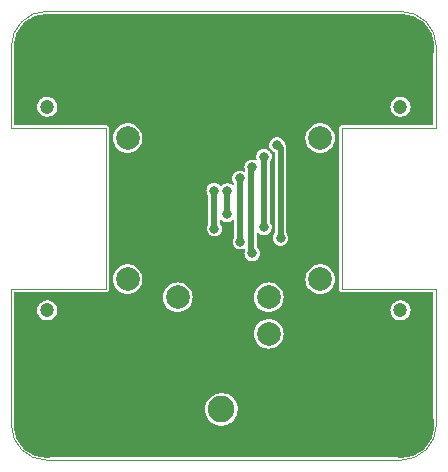
<source format=gbl>
G04 #@! TF.GenerationSoftware,KiCad,Pcbnew,6.0.11*
G04 #@! TF.CreationDate,2023-02-26T14:58:43+01:00*
G04 #@! TF.ProjectId,patchloop2,70617463-686c-46f6-9f70-322e6b696361,1*
G04 #@! TF.SameCoordinates,PX5f5e100PY5d81fd0*
G04 #@! TF.FileFunction,Copper,L2,Bot*
G04 #@! TF.FilePolarity,Positive*
%FSLAX46Y46*%
G04 Gerber Fmt 4.6, Leading zero omitted, Abs format (unit mm)*
G04 Created by KiCad (PCBNEW 6.0.11) date 2023-02-26 14:58:43*
%MOMM*%
%LPD*%
G01*
G04 APERTURE LIST*
G04 #@! TA.AperFunction,Profile*
%ADD10C,0.100000*%
G04 #@! TD*
G04 #@! TA.AperFunction,WasherPad*
%ADD11C,2.000000*%
G04 #@! TD*
G04 #@! TA.AperFunction,ComponentPad*
%ADD12C,1.200000*%
G04 #@! TD*
G04 #@! TA.AperFunction,ComponentPad*
%ADD13C,2.000000*%
G04 #@! TD*
G04 #@! TA.AperFunction,ComponentPad*
%ADD14C,2.250000*%
G04 #@! TD*
G04 #@! TA.AperFunction,ComponentPad*
%ADD15C,5.600000*%
G04 #@! TD*
G04 #@! TA.AperFunction,ViaPad*
%ADD16C,0.800000*%
G04 #@! TD*
G04 #@! TA.AperFunction,Conductor*
%ADD17C,0.500000*%
G04 #@! TD*
G04 APERTURE END LIST*
D10*
X0Y3050000D02*
G75*
G03*
X3000000Y50000I3000000J0D01*
G01*
X33000000Y50000D02*
G75*
G03*
X36000000Y3050000I0J3000000D01*
G01*
X36000000Y35050000D02*
G75*
G03*
X33000000Y38050000I-3000000J0D01*
G01*
X36000000Y28150000D02*
X28000000Y28150000D01*
X36000000Y14550000D02*
X36000000Y3050000D01*
X28000000Y28150000D02*
X28000000Y14550000D01*
X3000000Y38050000D02*
X33000000Y38050000D01*
X3000000Y38050000D02*
G75*
G03*
X0Y35050000I0J-3000000D01*
G01*
X0Y28150000D02*
X8000000Y28150000D01*
X0Y14550000D02*
X0Y3050000D01*
X36000000Y35050000D02*
X36000000Y28150000D01*
X8000000Y14550000D02*
X0Y14550000D01*
X8000000Y28150000D02*
X8000000Y14550000D01*
X28000000Y14550000D02*
X36000000Y14550000D01*
X3000000Y50000D02*
X33000000Y50000D01*
X0Y35050000D02*
X0Y28150000D01*
D11*
X26150000Y15380000D03*
X26150000Y27320000D03*
D12*
X32950000Y29970000D03*
X32950000Y12730000D03*
D11*
X9850000Y27320000D03*
X9850000Y15380000D03*
D12*
X3050000Y12730000D03*
X3050000Y29970000D03*
D13*
X14100000Y13850000D03*
D14*
X17800000Y4350000D03*
X15260000Y1810000D03*
X20340000Y6890000D03*
X15260000Y6890000D03*
X20340000Y1810000D03*
D13*
X21800000Y13850000D03*
D15*
X3000000Y35050000D03*
X33000000Y35050000D03*
D13*
X21800000Y10750000D03*
D15*
X3000000Y3050000D03*
D13*
X14100000Y10750000D03*
D15*
X33000000Y3050000D03*
D16*
X22500000Y26750000D03*
X22800000Y18850000D03*
X21400000Y19750000D03*
X21400000Y25750000D03*
X17170000Y22880000D03*
X17200000Y19650000D03*
X18300000Y22850000D03*
X18300000Y20850000D03*
X19400000Y18550000D03*
X19350000Y23900000D03*
X20400000Y17550000D03*
X20400000Y24850000D03*
D17*
X22500000Y26750000D02*
X22800000Y26450000D01*
X22800000Y26450000D02*
X22800000Y18850000D01*
X21400000Y19750000D02*
X21400000Y25750000D01*
X17170000Y19980000D02*
X17200000Y19950000D01*
X17170000Y22880000D02*
X17170000Y19980000D01*
X17170000Y19980000D02*
X17170000Y19680000D01*
X17170000Y19680000D02*
X17200000Y19650000D01*
X18300000Y20850000D02*
X18300000Y22850000D01*
X19350000Y23900000D02*
X19400000Y18550000D01*
X20400000Y17550000D02*
X20300000Y17650000D01*
X20300000Y24750000D02*
X20400000Y24850000D01*
X20300000Y17650000D02*
X20300000Y24750000D01*
G04 #@! TA.AperFunction,Conductor*
G36*
X32984888Y37797598D02*
G01*
X33000000Y37794592D01*
X33009563Y37796494D01*
X33014405Y37796494D01*
X33031782Y37797715D01*
X33302300Y37782523D01*
X33313322Y37781282D01*
X33516522Y37746756D01*
X33606335Y37731496D01*
X33617159Y37729026D01*
X33715529Y37700686D01*
X33902766Y37646744D01*
X33913237Y37643080D01*
X34187835Y37529338D01*
X34197825Y37524527D01*
X34457961Y37380754D01*
X34467346Y37374858D01*
X34709750Y37202864D01*
X34718430Y37195941D01*
X34940044Y36997894D01*
X34947894Y36990044D01*
X35145941Y36768430D01*
X35152862Y36759753D01*
X35324858Y36517346D01*
X35330754Y36507961D01*
X35404841Y36373912D01*
X35474524Y36247831D01*
X35479341Y36237829D01*
X35593079Y35963240D01*
X35596746Y35952761D01*
X35679026Y35667159D01*
X35681496Y35656335D01*
X35731281Y35363327D01*
X35732524Y35352295D01*
X35747715Y35081785D01*
X35746494Y35064405D01*
X35746494Y35059563D01*
X35744592Y35050000D01*
X35746494Y35040438D01*
X35747598Y35034888D01*
X35749500Y35015574D01*
X35749500Y28499500D01*
X35730593Y28441309D01*
X35681093Y28405345D01*
X35650500Y28400500D01*
X28034426Y28400500D01*
X28015112Y28402402D01*
X28009562Y28403506D01*
X28000000Y28405408D01*
X27975326Y28400500D01*
X27902260Y28385966D01*
X27819399Y28330601D01*
X27764034Y28247740D01*
X27744592Y28150000D01*
X27746494Y28140438D01*
X27747598Y28134888D01*
X27749500Y28115574D01*
X27749500Y14584426D01*
X27747598Y14565112D01*
X27744592Y14550000D01*
X27749500Y14525326D01*
X27764034Y14452260D01*
X27819399Y14369399D01*
X27902260Y14314034D01*
X28000000Y14294592D01*
X28015112Y14297598D01*
X28034426Y14299500D01*
X35650500Y14299500D01*
X35708691Y14280593D01*
X35744655Y14231093D01*
X35749500Y14200500D01*
X35749500Y3084426D01*
X35747598Y3065112D01*
X35744592Y3050000D01*
X35746494Y3040437D01*
X35746494Y3035595D01*
X35747715Y3018218D01*
X35745075Y2971207D01*
X35732524Y2747705D01*
X35731281Y2736673D01*
X35681496Y2443665D01*
X35679026Y2432841D01*
X35596746Y2147239D01*
X35593079Y2136760D01*
X35479341Y1862171D01*
X35474527Y1852175D01*
X35330754Y1592039D01*
X35324858Y1582654D01*
X35211237Y1422519D01*
X35152864Y1340250D01*
X35145941Y1331570D01*
X34947894Y1109956D01*
X34940044Y1102106D01*
X34718430Y904059D01*
X34709753Y897138D01*
X34467346Y725142D01*
X34457961Y719246D01*
X34197825Y575473D01*
X34187835Y570662D01*
X33913237Y456920D01*
X33902766Y453256D01*
X33715529Y399314D01*
X33617159Y370974D01*
X33606335Y368504D01*
X33516522Y353244D01*
X33313322Y318718D01*
X33302300Y317477D01*
X33031782Y302285D01*
X33014405Y303506D01*
X33009563Y303506D01*
X33000000Y305408D01*
X32990438Y303506D01*
X32984888Y302402D01*
X32965574Y300500D01*
X3034426Y300500D01*
X3015112Y302402D01*
X3009562Y303506D01*
X3000000Y305408D01*
X2990437Y303506D01*
X2985595Y303506D01*
X2968218Y302285D01*
X2697700Y317477D01*
X2686678Y318718D01*
X2483478Y353244D01*
X2393665Y368504D01*
X2382841Y370974D01*
X2284471Y399314D01*
X2097234Y453256D01*
X2086763Y456920D01*
X1812165Y570662D01*
X1802175Y575473D01*
X1542039Y719246D01*
X1532654Y725142D01*
X1290247Y897138D01*
X1281570Y904059D01*
X1059956Y1102106D01*
X1052106Y1109956D01*
X854059Y1331570D01*
X847136Y1340250D01*
X788763Y1422519D01*
X675142Y1582654D01*
X669246Y1592039D01*
X525473Y1852175D01*
X520659Y1862171D01*
X406921Y2136760D01*
X403254Y2147239D01*
X320974Y2432841D01*
X318504Y2443665D01*
X268719Y2736673D01*
X267476Y2747705D01*
X254925Y2971207D01*
X252285Y3018218D01*
X253506Y3035595D01*
X253506Y3040437D01*
X255408Y3050000D01*
X252402Y3065112D01*
X250500Y3084426D01*
X250500Y4383722D01*
X16420198Y4383722D01*
X16433218Y4157911D01*
X16482944Y3937260D01*
X16484474Y3933492D01*
X16520084Y3845797D01*
X16568041Y3727693D01*
X16686222Y3534838D01*
X16688884Y3531765D01*
X16831649Y3366952D01*
X16831653Y3366948D01*
X16834315Y3363875D01*
X17008342Y3219395D01*
X17011843Y3217349D01*
X17011849Y3217345D01*
X17102365Y3164452D01*
X17203629Y3105278D01*
X17414933Y3024589D01*
X17418908Y3023780D01*
X17418909Y3023780D01*
X17632595Y2980305D01*
X17632597Y2980305D01*
X17636577Y2979495D01*
X17640637Y2979346D01*
X17640638Y2979346D01*
X17683500Y2977774D01*
X17862611Y2971207D01*
X17866629Y2971722D01*
X17866635Y2971722D01*
X18082931Y2999430D01*
X18082937Y2999431D01*
X18086963Y2999947D01*
X18090856Y3001115D01*
X18090861Y3001116D01*
X18285669Y3059562D01*
X18303608Y3064944D01*
X18506729Y3164452D01*
X18587391Y3221987D01*
X18687564Y3293440D01*
X18690870Y3295798D01*
X18851086Y3455456D01*
X18983074Y3639137D01*
X18984872Y3642775D01*
X18984875Y3642780D01*
X19081490Y3838264D01*
X19081492Y3838269D01*
X19083291Y3841909D01*
X19149043Y4058327D01*
X19178566Y4282577D01*
X19180214Y4350000D01*
X19161681Y4575425D01*
X19106579Y4794796D01*
X19016387Y5002221D01*
X18893529Y5192131D01*
X18741304Y5359425D01*
X18738118Y5361941D01*
X18738115Y5361944D01*
X18566987Y5497093D01*
X18566981Y5497097D01*
X18563799Y5499610D01*
X18365782Y5608921D01*
X18361959Y5610275D01*
X18361954Y5610277D01*
X18156396Y5683068D01*
X18156398Y5683068D01*
X18152570Y5684423D01*
X17929890Y5724089D01*
X17925831Y5724139D01*
X17925827Y5724139D01*
X17818603Y5725449D01*
X17703721Y5726852D01*
X17480138Y5692639D01*
X17265146Y5622368D01*
X17261546Y5620494D01*
X17068122Y5519805D01*
X17068119Y5519803D01*
X17064517Y5517928D01*
X16883640Y5382121D01*
X16727372Y5218597D01*
X16706991Y5188719D01*
X16602201Y5035103D01*
X16602198Y5035097D01*
X16599911Y5031745D01*
X16504679Y4826585D01*
X16444233Y4608626D01*
X16420198Y4383722D01*
X250500Y4383722D01*
X250500Y10750000D01*
X20544723Y10750000D01*
X20563793Y10532023D01*
X20620425Y10320670D01*
X20712898Y10122362D01*
X20838402Y9943123D01*
X20993123Y9788402D01*
X21172361Y9662898D01*
X21370670Y9570425D01*
X21457220Y9547234D01*
X21577846Y9514912D01*
X21577848Y9514912D01*
X21582023Y9513793D01*
X21800000Y9494723D01*
X22017977Y9513793D01*
X22022152Y9514912D01*
X22022154Y9514912D01*
X22142780Y9547234D01*
X22229330Y9570425D01*
X22427639Y9662898D01*
X22606877Y9788402D01*
X22761598Y9943123D01*
X22887102Y10122362D01*
X22979575Y10320670D01*
X23036207Y10532023D01*
X23055277Y10750000D01*
X23036207Y10967977D01*
X22979575Y11179330D01*
X22887102Y11377638D01*
X22761598Y11556877D01*
X22606877Y11711598D01*
X22427639Y11837102D01*
X22229330Y11929575D01*
X22142780Y11952766D01*
X22022154Y11985088D01*
X22022152Y11985088D01*
X22017977Y11986207D01*
X21800000Y12005277D01*
X21582023Y11986207D01*
X21577848Y11985088D01*
X21577846Y11985088D01*
X21457220Y11952766D01*
X21370670Y11929575D01*
X21172362Y11837102D01*
X20993123Y11711598D01*
X20838402Y11556877D01*
X20712898Y11377638D01*
X20620425Y11179330D01*
X20563793Y10967977D01*
X20544723Y10750000D01*
X250500Y10750000D01*
X250500Y12730000D01*
X2194815Y12730000D01*
X2213503Y12552197D01*
X2215104Y12547270D01*
X2215105Y12547265D01*
X2267148Y12387095D01*
X2268750Y12382165D01*
X2358141Y12227335D01*
X2477770Y12094474D01*
X2622407Y11989388D01*
X2704070Y11953029D01*
X2780995Y11918780D01*
X2780999Y11918779D01*
X2785733Y11916671D01*
X2790803Y11915593D01*
X2790804Y11915593D01*
X2824728Y11908382D01*
X2960609Y11879500D01*
X3139391Y11879500D01*
X3275272Y11908382D01*
X3309196Y11915593D01*
X3309197Y11915593D01*
X3314267Y11916671D01*
X3319001Y11918779D01*
X3319005Y11918780D01*
X3395930Y11953029D01*
X3477593Y11989388D01*
X3622230Y12094474D01*
X3741859Y12227335D01*
X3831250Y12382165D01*
X3832852Y12387095D01*
X3884895Y12547265D01*
X3884896Y12547270D01*
X3886497Y12552197D01*
X3905185Y12730000D01*
X3886497Y12907803D01*
X3884896Y12912730D01*
X3884895Y12912735D01*
X3832852Y13072905D01*
X3832851Y13072906D01*
X3831250Y13077835D01*
X3747808Y13222362D01*
X3744452Y13228174D01*
X3744451Y13228175D01*
X3741859Y13232665D01*
X3622230Y13365526D01*
X3477593Y13470612D01*
X3395930Y13506970D01*
X3319005Y13541220D01*
X3319001Y13541221D01*
X3314267Y13543329D01*
X3309197Y13544407D01*
X3309196Y13544407D01*
X3275272Y13551618D01*
X3139391Y13580500D01*
X2960609Y13580500D01*
X2824728Y13551618D01*
X2790804Y13544407D01*
X2790803Y13544407D01*
X2785733Y13543329D01*
X2780999Y13541221D01*
X2780995Y13541220D01*
X2627142Y13472720D01*
X2627140Y13472719D01*
X2622408Y13470612D01*
X2477770Y13365526D01*
X2474304Y13361676D01*
X2474300Y13361673D01*
X2366036Y13241433D01*
X2358141Y13232665D01*
X2355549Y13228175D01*
X2355548Y13228174D01*
X2352193Y13222362D01*
X2268750Y13077835D01*
X2267149Y13072906D01*
X2267148Y13072905D01*
X2215105Y12912735D01*
X2215104Y12912730D01*
X2213503Y12907803D01*
X2194815Y12730000D01*
X250500Y12730000D01*
X250500Y13850000D01*
X12844723Y13850000D01*
X12863793Y13632023D01*
X12864912Y13627848D01*
X12864912Y13627846D01*
X12888124Y13541220D01*
X12920425Y13420670D01*
X13012898Y13222362D01*
X13138402Y13043123D01*
X13293123Y12888402D01*
X13472361Y12762898D01*
X13670670Y12670425D01*
X13757220Y12647234D01*
X13877846Y12614912D01*
X13877848Y12614912D01*
X13882023Y12613793D01*
X14100000Y12594723D01*
X14317977Y12613793D01*
X14322152Y12614912D01*
X14322154Y12614912D01*
X14442780Y12647234D01*
X14529330Y12670425D01*
X14727639Y12762898D01*
X14906877Y12888402D01*
X15061598Y13043123D01*
X15187102Y13222362D01*
X15279575Y13420670D01*
X15311876Y13541220D01*
X15335088Y13627846D01*
X15335088Y13627848D01*
X15336207Y13632023D01*
X15355277Y13850000D01*
X20544723Y13850000D01*
X20563793Y13632023D01*
X20564912Y13627848D01*
X20564912Y13627846D01*
X20588124Y13541220D01*
X20620425Y13420670D01*
X20712898Y13222362D01*
X20838402Y13043123D01*
X20993123Y12888402D01*
X21172361Y12762898D01*
X21370670Y12670425D01*
X21457220Y12647234D01*
X21577846Y12614912D01*
X21577848Y12614912D01*
X21582023Y12613793D01*
X21800000Y12594723D01*
X22017977Y12613793D01*
X22022152Y12614912D01*
X22022154Y12614912D01*
X22142780Y12647234D01*
X22229330Y12670425D01*
X22357089Y12730000D01*
X32094815Y12730000D01*
X32113503Y12552197D01*
X32115104Y12547270D01*
X32115105Y12547265D01*
X32167148Y12387095D01*
X32168750Y12382165D01*
X32258141Y12227335D01*
X32377770Y12094474D01*
X32522407Y11989388D01*
X32604070Y11953029D01*
X32680995Y11918780D01*
X32680999Y11918779D01*
X32685733Y11916671D01*
X32690803Y11915593D01*
X32690804Y11915593D01*
X32724728Y11908382D01*
X32860609Y11879500D01*
X33039391Y11879500D01*
X33175272Y11908382D01*
X33209196Y11915593D01*
X33209197Y11915593D01*
X33214267Y11916671D01*
X33219001Y11918779D01*
X33219005Y11918780D01*
X33295930Y11953029D01*
X33377593Y11989388D01*
X33522230Y12094474D01*
X33641859Y12227335D01*
X33731250Y12382165D01*
X33732852Y12387095D01*
X33784895Y12547265D01*
X33784896Y12547270D01*
X33786497Y12552197D01*
X33805185Y12730000D01*
X33786497Y12907803D01*
X33784896Y12912730D01*
X33784895Y12912735D01*
X33732852Y13072905D01*
X33732851Y13072906D01*
X33731250Y13077835D01*
X33647808Y13222362D01*
X33644452Y13228174D01*
X33644451Y13228175D01*
X33641859Y13232665D01*
X33522230Y13365526D01*
X33377593Y13470612D01*
X33295930Y13506970D01*
X33219005Y13541220D01*
X33219001Y13541221D01*
X33214267Y13543329D01*
X33209197Y13544407D01*
X33209196Y13544407D01*
X33175272Y13551618D01*
X33039391Y13580500D01*
X32860609Y13580500D01*
X32724728Y13551618D01*
X32690804Y13544407D01*
X32690803Y13544407D01*
X32685733Y13543329D01*
X32680999Y13541221D01*
X32680995Y13541220D01*
X32527142Y13472720D01*
X32527140Y13472719D01*
X32522408Y13470612D01*
X32377770Y13365526D01*
X32374304Y13361676D01*
X32374300Y13361673D01*
X32266036Y13241433D01*
X32258141Y13232665D01*
X32255549Y13228175D01*
X32255548Y13228174D01*
X32252193Y13222362D01*
X32168750Y13077835D01*
X32167149Y13072906D01*
X32167148Y13072905D01*
X32115105Y12912735D01*
X32115104Y12912730D01*
X32113503Y12907803D01*
X32094815Y12730000D01*
X22357089Y12730000D01*
X22427639Y12762898D01*
X22606877Y12888402D01*
X22761598Y13043123D01*
X22887102Y13222362D01*
X22979575Y13420670D01*
X23011876Y13541220D01*
X23035088Y13627846D01*
X23035088Y13627848D01*
X23036207Y13632023D01*
X23055277Y13850000D01*
X23036207Y14067977D01*
X22979575Y14279330D01*
X22887102Y14477638D01*
X22761598Y14656877D01*
X22606877Y14811598D01*
X22427639Y14937102D01*
X22229330Y15029575D01*
X22142780Y15052766D01*
X22022154Y15085088D01*
X22022152Y15085088D01*
X22017977Y15086207D01*
X21800000Y15105277D01*
X21582023Y15086207D01*
X21577848Y15085088D01*
X21577846Y15085088D01*
X21457220Y15052766D01*
X21370670Y15029575D01*
X21172362Y14937102D01*
X20993123Y14811598D01*
X20838402Y14656877D01*
X20712898Y14477638D01*
X20620425Y14279330D01*
X20563793Y14067977D01*
X20544723Y13850000D01*
X15355277Y13850000D01*
X15336207Y14067977D01*
X15279575Y14279330D01*
X15187102Y14477638D01*
X15061598Y14656877D01*
X14906877Y14811598D01*
X14727639Y14937102D01*
X14529330Y15029575D01*
X14442780Y15052766D01*
X14322154Y15085088D01*
X14322152Y15085088D01*
X14317977Y15086207D01*
X14100000Y15105277D01*
X13882023Y15086207D01*
X13877848Y15085088D01*
X13877846Y15085088D01*
X13757220Y15052766D01*
X13670670Y15029575D01*
X13472362Y14937102D01*
X13293123Y14811598D01*
X13138402Y14656877D01*
X13012898Y14477638D01*
X12920425Y14279330D01*
X12863793Y14067977D01*
X12844723Y13850000D01*
X250500Y13850000D01*
X250500Y14200500D01*
X269407Y14258691D01*
X318907Y14294655D01*
X349500Y14299500D01*
X7965574Y14299500D01*
X7984888Y14297598D01*
X8000000Y14294592D01*
X8097740Y14314034D01*
X8180601Y14369399D01*
X8235966Y14452260D01*
X8250500Y14525326D01*
X8255408Y14550000D01*
X8252402Y14565112D01*
X8250500Y14584426D01*
X8250500Y15380000D01*
X8594723Y15380000D01*
X8613793Y15162023D01*
X8670425Y14950670D01*
X8762898Y14752362D01*
X8888402Y14573123D01*
X9043123Y14418402D01*
X9120846Y14363980D01*
X9215649Y14297598D01*
X9222361Y14292898D01*
X9420670Y14200425D01*
X9507220Y14177234D01*
X9627846Y14144912D01*
X9627848Y14144912D01*
X9632023Y14143793D01*
X9850000Y14124723D01*
X10067977Y14143793D01*
X10072152Y14144912D01*
X10072154Y14144912D01*
X10192780Y14177234D01*
X10279330Y14200425D01*
X10477639Y14292898D01*
X10484352Y14297598D01*
X10579154Y14363980D01*
X10656877Y14418402D01*
X10811598Y14573123D01*
X10937102Y14752362D01*
X11029575Y14950670D01*
X11086207Y15162023D01*
X11105277Y15380000D01*
X24894723Y15380000D01*
X24913793Y15162023D01*
X24970425Y14950670D01*
X25062898Y14752362D01*
X25188402Y14573123D01*
X25343123Y14418402D01*
X25420846Y14363980D01*
X25515649Y14297598D01*
X25522361Y14292898D01*
X25720670Y14200425D01*
X25807220Y14177234D01*
X25927846Y14144912D01*
X25927848Y14144912D01*
X25932023Y14143793D01*
X26150000Y14124723D01*
X26367977Y14143793D01*
X26372152Y14144912D01*
X26372154Y14144912D01*
X26492780Y14177234D01*
X26579330Y14200425D01*
X26777639Y14292898D01*
X26784352Y14297598D01*
X26879154Y14363980D01*
X26956877Y14418402D01*
X27111598Y14573123D01*
X27237102Y14752362D01*
X27329575Y14950670D01*
X27386207Y15162023D01*
X27405277Y15380000D01*
X27386207Y15597977D01*
X27329575Y15809330D01*
X27237102Y16007638D01*
X27111598Y16186877D01*
X26956877Y16341598D01*
X26777639Y16467102D01*
X26579330Y16559575D01*
X26492780Y16582766D01*
X26372154Y16615088D01*
X26372152Y16615088D01*
X26367977Y16616207D01*
X26150000Y16635277D01*
X25932023Y16616207D01*
X25927848Y16615088D01*
X25927846Y16615088D01*
X25807220Y16582766D01*
X25720670Y16559575D01*
X25522362Y16467102D01*
X25343123Y16341598D01*
X25188402Y16186877D01*
X25062898Y16007638D01*
X24970425Y15809330D01*
X24913793Y15597977D01*
X24894723Y15380000D01*
X11105277Y15380000D01*
X11086207Y15597977D01*
X11029575Y15809330D01*
X10937102Y16007638D01*
X10811598Y16186877D01*
X10656877Y16341598D01*
X10477639Y16467102D01*
X10279330Y16559575D01*
X10192780Y16582766D01*
X10072154Y16615088D01*
X10072152Y16615088D01*
X10067977Y16616207D01*
X9850000Y16635277D01*
X9632023Y16616207D01*
X9627848Y16615088D01*
X9627846Y16615088D01*
X9507220Y16582766D01*
X9420670Y16559575D01*
X9222362Y16467102D01*
X9043123Y16341598D01*
X8888402Y16186877D01*
X8762898Y16007638D01*
X8670425Y15809330D01*
X8613793Y15597977D01*
X8594723Y15380000D01*
X8250500Y15380000D01*
X8250500Y22886862D01*
X16514758Y22886862D01*
X16532035Y22730367D01*
X16586143Y22582510D01*
X16589472Y22577556D01*
X16652671Y22483506D01*
X16669500Y22428289D01*
X16669500Y20057834D01*
X16651498Y20000910D01*
X16622501Y19959652D01*
X16620335Y19954097D01*
X16620333Y19954093D01*
X16580448Y19851790D01*
X16565309Y19812961D01*
X16564531Y19807050D01*
X16564530Y19807047D01*
X16563653Y19800384D01*
X16544758Y19656862D01*
X16545413Y19650929D01*
X16545413Y19650925D01*
X16552547Y19586309D01*
X16562035Y19500367D01*
X16616143Y19352510D01*
X16619472Y19347556D01*
X16700629Y19226781D01*
X16700632Y19226777D01*
X16703958Y19221828D01*
X16708369Y19217814D01*
X16708371Y19217812D01*
X16801071Y19133462D01*
X16820410Y19115865D01*
X16889593Y19078302D01*
X16953530Y19043586D01*
X16953532Y19043585D01*
X16958776Y19040738D01*
X17038534Y19019814D01*
X17105300Y19002298D01*
X17105304Y19002298D01*
X17111069Y19000785D01*
X17117030Y19000691D01*
X17117033Y19000691D01*
X17189782Y18999548D01*
X17268495Y18998312D01*
X17327758Y19011885D01*
X17416149Y19032129D01*
X17416151Y19032130D01*
X17421968Y19033462D01*
X17427299Y19036143D01*
X17557299Y19101526D01*
X17557301Y19101527D01*
X17562625Y19104205D01*
X17576277Y19115865D01*
X17677810Y19202582D01*
X17677811Y19202583D01*
X17682348Y19206458D01*
X17739641Y19286189D01*
X17770740Y19329468D01*
X17770741Y19329470D01*
X17774224Y19334317D01*
X17821738Y19452510D01*
X17830726Y19474869D01*
X17830727Y19474871D01*
X17832950Y19480402D01*
X17834994Y19494760D01*
X17854678Y19633071D01*
X17854678Y19633075D01*
X17855134Y19636277D01*
X17855278Y19650000D01*
X17836363Y19806306D01*
X17780710Y19953588D01*
X17691531Y20083343D01*
X17692625Y20084095D01*
X17670939Y20134207D01*
X17670500Y20143523D01*
X17670500Y20319332D01*
X17689407Y20377523D01*
X17738907Y20413487D01*
X17800093Y20413487D01*
X17836128Y20392555D01*
X17915990Y20319886D01*
X17915994Y20319883D01*
X17920410Y20315865D01*
X17941885Y20304205D01*
X18053530Y20243586D01*
X18053532Y20243585D01*
X18058776Y20240738D01*
X18138534Y20219814D01*
X18205300Y20202298D01*
X18205304Y20202298D01*
X18211069Y20200785D01*
X18217030Y20200691D01*
X18217033Y20200691D01*
X18289782Y20199548D01*
X18368495Y20198312D01*
X18385899Y20202298D01*
X18516149Y20232129D01*
X18516151Y20232130D01*
X18521968Y20233462D01*
X18527299Y20236143D01*
X18657299Y20301526D01*
X18657301Y20301527D01*
X18662625Y20304205D01*
X18720031Y20353235D01*
X18776558Y20376648D01*
X18836053Y20362364D01*
X18875789Y20315838D01*
X18883321Y20278880D01*
X18895289Y18998312D01*
X18895315Y18995496D01*
X18877316Y18937646D01*
X18822501Y18859652D01*
X18820334Y18854094D01*
X18818738Y18850000D01*
X18765309Y18712961D01*
X18764531Y18707050D01*
X18764530Y18707047D01*
X18761800Y18686309D01*
X18744758Y18556862D01*
X18762035Y18400367D01*
X18764087Y18394760D01*
X18798206Y18301526D01*
X18816143Y18252510D01*
X18819472Y18247556D01*
X18900629Y18126781D01*
X18900632Y18126777D01*
X18903958Y18121828D01*
X18908369Y18117814D01*
X18908371Y18117812D01*
X19015995Y18019882D01*
X19020410Y18015865D01*
X19041885Y18004205D01*
X19153530Y17943586D01*
X19153532Y17943585D01*
X19158776Y17940738D01*
X19238534Y17919814D01*
X19305300Y17902298D01*
X19305304Y17902298D01*
X19311069Y17900785D01*
X19317030Y17900691D01*
X19317033Y17900691D01*
X19389782Y17899549D01*
X19468495Y17898312D01*
X19485899Y17902298D01*
X19616149Y17932129D01*
X19616151Y17932130D01*
X19621968Y17933462D01*
X19633425Y17939224D01*
X19656017Y17950587D01*
X19716498Y17959842D01*
X19770869Y17931779D01*
X19798361Y17877118D01*
X19799500Y17862143D01*
X19799500Y17819275D01*
X19792737Y17783313D01*
X19767477Y17718524D01*
X19767475Y17718517D01*
X19765309Y17712961D01*
X19764531Y17707050D01*
X19764530Y17707047D01*
X19763653Y17700384D01*
X19744758Y17556862D01*
X19745413Y17550929D01*
X19745413Y17550925D01*
X19761330Y17406749D01*
X19762035Y17400367D01*
X19816143Y17252510D01*
X19819472Y17247556D01*
X19900629Y17126781D01*
X19900632Y17126777D01*
X19903958Y17121828D01*
X19908369Y17117814D01*
X19908371Y17117812D01*
X19920849Y17106458D01*
X20020410Y17015865D01*
X20041885Y17004205D01*
X20153530Y16943586D01*
X20153532Y16943585D01*
X20158776Y16940738D01*
X20238534Y16919814D01*
X20305300Y16902298D01*
X20305304Y16902298D01*
X20311069Y16900785D01*
X20317030Y16900691D01*
X20317033Y16900691D01*
X20389782Y16899548D01*
X20468495Y16898312D01*
X20485899Y16902298D01*
X20616149Y16932129D01*
X20616151Y16932130D01*
X20621968Y16933462D01*
X20627299Y16936143D01*
X20757299Y17001526D01*
X20757301Y17001527D01*
X20762625Y17004205D01*
X20776277Y17015865D01*
X20877810Y17102582D01*
X20877811Y17102583D01*
X20882348Y17106458D01*
X20974224Y17234317D01*
X21032950Y17380402D01*
X21034994Y17394760D01*
X21054678Y17533071D01*
X21054678Y17533075D01*
X21055134Y17536277D01*
X21055278Y17550000D01*
X21036363Y17706306D01*
X20980710Y17853588D01*
X20891531Y17983343D01*
X20833641Y18034921D01*
X20802773Y18087747D01*
X20800500Y18108837D01*
X20800500Y19192034D01*
X20819407Y19250225D01*
X20868907Y19286189D01*
X20930093Y19286189D01*
X20966128Y19265257D01*
X21015990Y19219886D01*
X21015994Y19219883D01*
X21020410Y19215865D01*
X21046819Y19201526D01*
X21153530Y19143586D01*
X21153532Y19143585D01*
X21158776Y19140738D01*
X21238275Y19119882D01*
X21305300Y19102298D01*
X21305304Y19102298D01*
X21311069Y19100785D01*
X21317030Y19100691D01*
X21317033Y19100691D01*
X21389782Y19099548D01*
X21468495Y19098312D01*
X21485899Y19102298D01*
X21616149Y19132129D01*
X21616151Y19132130D01*
X21621968Y19133462D01*
X21627299Y19136143D01*
X21757299Y19201526D01*
X21757301Y19201527D01*
X21762625Y19204205D01*
X21858616Y19286189D01*
X21877810Y19302582D01*
X21877811Y19302583D01*
X21882348Y19306458D01*
X21974224Y19434317D01*
X21998722Y19495256D01*
X22030726Y19574869D01*
X22030727Y19574871D01*
X22032950Y19580402D01*
X22042396Y19646769D01*
X22054678Y19733071D01*
X22054678Y19733075D01*
X22055134Y19736277D01*
X22055278Y19750000D01*
X22036363Y19906306D01*
X21980710Y20053588D01*
X21977326Y20058512D01*
X21917912Y20144960D01*
X21900500Y20201034D01*
X21900500Y25299838D01*
X21919104Y25357608D01*
X21970737Y25429464D01*
X21970738Y25429465D01*
X21974224Y25434317D01*
X21985129Y25461442D01*
X22030726Y25574869D01*
X22030727Y25574871D01*
X22032950Y25580402D01*
X22035792Y25600367D01*
X22054678Y25733071D01*
X22054678Y25733075D01*
X22055134Y25736277D01*
X22055278Y25750000D01*
X22036363Y25906306D01*
X21980710Y26053588D01*
X21934424Y26120934D01*
X21917046Y26179600D01*
X21937470Y26237276D01*
X21987894Y26271932D01*
X22049059Y26270331D01*
X22082640Y26250233D01*
X22108017Y26227142D01*
X22120410Y26215865D01*
X22247740Y26146730D01*
X22289856Y26102349D01*
X22299500Y26059728D01*
X22299500Y19300520D01*
X22281497Y19243595D01*
X22222501Y19159652D01*
X22165309Y19012961D01*
X22164531Y19007050D01*
X22164530Y19007047D01*
X22158821Y18963678D01*
X22144758Y18856862D01*
X22145413Y18850929D01*
X22145413Y18850925D01*
X22160031Y18718516D01*
X22162035Y18700367D01*
X22169341Y18680402D01*
X22212384Y18562783D01*
X22216143Y18552510D01*
X22219472Y18547556D01*
X22300629Y18426781D01*
X22300632Y18426777D01*
X22303958Y18421828D01*
X22308369Y18417814D01*
X22308371Y18417812D01*
X22320849Y18406458D01*
X22420410Y18315865D01*
X22441885Y18304205D01*
X22553530Y18243586D01*
X22553532Y18243585D01*
X22558776Y18240738D01*
X22638534Y18219814D01*
X22705300Y18202298D01*
X22705304Y18202298D01*
X22711069Y18200785D01*
X22717030Y18200691D01*
X22717033Y18200691D01*
X22789782Y18199549D01*
X22868495Y18198312D01*
X22885899Y18202298D01*
X23016149Y18232129D01*
X23016151Y18232130D01*
X23021968Y18233462D01*
X23027299Y18236143D01*
X23157299Y18301526D01*
X23157301Y18301527D01*
X23162625Y18304205D01*
X23176277Y18315865D01*
X23277810Y18402582D01*
X23277811Y18402583D01*
X23282348Y18406458D01*
X23374224Y18534317D01*
X23380901Y18550925D01*
X23430726Y18674869D01*
X23430727Y18674871D01*
X23432950Y18680402D01*
X23434994Y18694760D01*
X23454678Y18833071D01*
X23454678Y18833075D01*
X23455134Y18836277D01*
X23455278Y18850000D01*
X23437671Y18995496D01*
X23437080Y19000384D01*
X23437079Y19000387D01*
X23436363Y19006306D01*
X23380710Y19153588D01*
X23377326Y19158512D01*
X23317912Y19244960D01*
X23300500Y19301034D01*
X23300500Y26382834D01*
X23301919Y26395535D01*
X23301897Y26395537D01*
X23302463Y26402569D01*
X23304019Y26409447D01*
X23300690Y26463102D01*
X23300500Y26469233D01*
X23300500Y26485940D01*
X23300001Y26489427D01*
X23300000Y26489435D01*
X23298899Y26497121D01*
X23298089Y26505024D01*
X23295578Y26545501D01*
X23295577Y26545504D01*
X23295141Y26552538D01*
X23292748Y26559167D01*
X23292747Y26559171D01*
X23291658Y26562187D01*
X23286777Y26581764D01*
X23286323Y26584936D01*
X23286323Y26584937D01*
X23285323Y26591918D01*
X23282404Y26598337D01*
X23282403Y26598342D01*
X23265619Y26635257D01*
X23262623Y26642615D01*
X23248855Y26680752D01*
X23246460Y26687387D01*
X23240408Y26695672D01*
X23230232Y26713086D01*
X23225984Y26722428D01*
X23212272Y26738341D01*
X23194907Y26758495D01*
X23189967Y26764716D01*
X23189653Y26765146D01*
X23181478Y26776336D01*
X23172217Y26785597D01*
X23143938Y26843708D01*
X23137080Y26900384D01*
X23137079Y26900387D01*
X23136363Y26906306D01*
X23080710Y27053588D01*
X22991531Y27183343D01*
X22987078Y27187310D01*
X22987075Y27187314D01*
X22919557Y27247469D01*
X22873976Y27288081D01*
X22861462Y27294707D01*
X22813692Y27320000D01*
X24894723Y27320000D01*
X24913793Y27102023D01*
X24914912Y27097848D01*
X24914912Y27097846D01*
X24926771Y27053588D01*
X24970425Y26890670D01*
X25062898Y26692362D01*
X25065379Y26688819D01*
X25065380Y26688817D01*
X25071027Y26680752D01*
X25188402Y26513123D01*
X25343123Y26358402D01*
X25449219Y26284113D01*
X25516109Y26237276D01*
X25522361Y26232898D01*
X25720670Y26140425D01*
X25759375Y26130054D01*
X25927846Y26084912D01*
X25927848Y26084912D01*
X25932023Y26083793D01*
X26150000Y26064723D01*
X26367977Y26083793D01*
X26372152Y26084912D01*
X26372154Y26084912D01*
X26540625Y26130054D01*
X26579330Y26140425D01*
X26777639Y26232898D01*
X26783892Y26237276D01*
X26850781Y26284113D01*
X26956877Y26358402D01*
X27111598Y26513123D01*
X27228973Y26680752D01*
X27234620Y26688817D01*
X27234621Y26688819D01*
X27237102Y26692362D01*
X27329575Y26890670D01*
X27373229Y27053588D01*
X27385088Y27097846D01*
X27385088Y27097848D01*
X27386207Y27102023D01*
X27405277Y27320000D01*
X27386207Y27537977D01*
X27329575Y27749330D01*
X27237102Y27947638D01*
X27111598Y28126877D01*
X26956877Y28281598D01*
X26787068Y28400500D01*
X26781184Y28404620D01*
X26781182Y28404621D01*
X26777639Y28407102D01*
X26579330Y28499575D01*
X26492780Y28522766D01*
X26372154Y28555088D01*
X26372152Y28555088D01*
X26367977Y28556207D01*
X26150000Y28575277D01*
X25932023Y28556207D01*
X25927848Y28555088D01*
X25927846Y28555088D01*
X25807220Y28522766D01*
X25720670Y28499575D01*
X25522362Y28407102D01*
X25518819Y28404621D01*
X25518817Y28404620D01*
X25484440Y28380549D01*
X25343123Y28281598D01*
X25188402Y28126877D01*
X25062898Y27947638D01*
X24970425Y27749330D01*
X24913793Y27537977D01*
X24894723Y27320000D01*
X22813692Y27320000D01*
X22740105Y27358963D01*
X22740102Y27358964D01*
X22734831Y27361755D01*
X22658479Y27380933D01*
X22587918Y27398657D01*
X22587915Y27398657D01*
X22582128Y27400111D01*
X22502564Y27400527D01*
X22430650Y27400904D01*
X22430648Y27400904D01*
X22424684Y27400935D01*
X22271588Y27364180D01*
X22199035Y27326733D01*
X22136985Y27294707D01*
X22136983Y27294705D01*
X22131679Y27291968D01*
X22013034Y27188467D01*
X21922501Y27059652D01*
X21865309Y26912961D01*
X21864531Y26907050D01*
X21864530Y26907047D01*
X21862374Y26890670D01*
X21844758Y26756862D01*
X21845413Y26750929D01*
X21845413Y26750925D01*
X21857371Y26642615D01*
X21862035Y26600367D01*
X21864087Y26594760D01*
X21912267Y26463102D01*
X21916143Y26452510D01*
X21919472Y26447556D01*
X21966500Y26377571D01*
X21983263Y26318726D01*
X21962236Y26261268D01*
X21911451Y26227142D01*
X21850307Y26229384D01*
X21818471Y26248437D01*
X21773976Y26288081D01*
X21761462Y26294707D01*
X21640105Y26358963D01*
X21640102Y26358964D01*
X21634831Y26361755D01*
X21550911Y26382834D01*
X21487918Y26398657D01*
X21487915Y26398657D01*
X21482128Y26400111D01*
X21402564Y26400527D01*
X21330650Y26400904D01*
X21330648Y26400904D01*
X21324684Y26400935D01*
X21171588Y26364180D01*
X21099035Y26326733D01*
X21036985Y26294707D01*
X21036983Y26294705D01*
X21031679Y26291968D01*
X20913034Y26188467D01*
X20822501Y26059652D01*
X20765309Y25912961D01*
X20764531Y25907050D01*
X20764530Y25907047D01*
X20763653Y25900384D01*
X20744758Y25756862D01*
X20745413Y25750929D01*
X20745413Y25750925D01*
X20761330Y25606749D01*
X20762035Y25600367D01*
X20767339Y25585874D01*
X20769580Y25524729D01*
X20735453Y25473945D01*
X20677994Y25452919D01*
X20639378Y25459348D01*
X20634831Y25461755D01*
X20586300Y25473945D01*
X20487918Y25498657D01*
X20487915Y25498657D01*
X20482128Y25500111D01*
X20402564Y25500527D01*
X20330650Y25500904D01*
X20330648Y25500904D01*
X20324684Y25500935D01*
X20171588Y25464180D01*
X20148978Y25452510D01*
X20036985Y25394707D01*
X20036983Y25394705D01*
X20031679Y25391968D01*
X19913034Y25288467D01*
X19822501Y25159652D01*
X19765309Y25012961D01*
X19744758Y24856862D01*
X19762035Y24700367D01*
X19764087Y24694760D01*
X19793470Y24614467D01*
X19799500Y24580445D01*
X19799500Y24562532D01*
X19780593Y24504341D01*
X19731093Y24468377D01*
X19669907Y24468377D01*
X19654175Y24475039D01*
X19590105Y24508963D01*
X19590102Y24508964D01*
X19584831Y24511755D01*
X19508480Y24530933D01*
X19437918Y24548657D01*
X19437915Y24548657D01*
X19432128Y24550111D01*
X19352564Y24550527D01*
X19280650Y24550904D01*
X19280648Y24550904D01*
X19274684Y24550935D01*
X19121588Y24514180D01*
X19049035Y24476733D01*
X18986985Y24444707D01*
X18986983Y24444705D01*
X18981679Y24441968D01*
X18863034Y24338467D01*
X18772501Y24209652D01*
X18715309Y24062961D01*
X18694758Y23906862D01*
X18712035Y23750367D01*
X18766143Y23602510D01*
X18769472Y23597556D01*
X18825629Y23513986D01*
X18842392Y23455142D01*
X18821365Y23397683D01*
X18770580Y23363557D01*
X18709436Y23365799D01*
X18683685Y23381211D01*
X18683333Y23380705D01*
X18678429Y23384113D01*
X18673976Y23388081D01*
X18655841Y23397683D01*
X18540105Y23458963D01*
X18540102Y23458964D01*
X18534831Y23461755D01*
X18458479Y23480933D01*
X18387918Y23498657D01*
X18387915Y23498657D01*
X18382128Y23500111D01*
X18302564Y23500527D01*
X18230650Y23500904D01*
X18230648Y23500904D01*
X18224684Y23500935D01*
X18071588Y23464180D01*
X17999035Y23426733D01*
X17936985Y23394707D01*
X17936983Y23394705D01*
X17931679Y23391968D01*
X17813034Y23288467D01*
X17811104Y23290679D01*
X17768327Y23265948D01*
X17707473Y23272307D01*
X17669123Y23304184D01*
X17668857Y23303949D01*
X17667354Y23305654D01*
X17666098Y23306698D01*
X17664911Y23308425D01*
X17661531Y23313343D01*
X17543976Y23418081D01*
X17531462Y23424707D01*
X17410105Y23488963D01*
X17410102Y23488964D01*
X17404831Y23491755D01*
X17316325Y23513986D01*
X17257918Y23528657D01*
X17257915Y23528657D01*
X17252128Y23530111D01*
X17172564Y23530527D01*
X17100650Y23530904D01*
X17100648Y23530904D01*
X17094684Y23530935D01*
X16941588Y23494180D01*
X16878765Y23461755D01*
X16806985Y23424707D01*
X16806983Y23424705D01*
X16801679Y23421968D01*
X16683034Y23318467D01*
X16592501Y23189652D01*
X16535309Y23042961D01*
X16514758Y22886862D01*
X8250500Y22886862D01*
X8250500Y27320000D01*
X8594723Y27320000D01*
X8613793Y27102023D01*
X8614912Y27097848D01*
X8614912Y27097846D01*
X8626771Y27053588D01*
X8670425Y26890670D01*
X8762898Y26692362D01*
X8765379Y26688819D01*
X8765380Y26688817D01*
X8771027Y26680752D01*
X8888402Y26513123D01*
X9043123Y26358402D01*
X9149219Y26284113D01*
X9216109Y26237276D01*
X9222361Y26232898D01*
X9420670Y26140425D01*
X9459375Y26130054D01*
X9627846Y26084912D01*
X9627848Y26084912D01*
X9632023Y26083793D01*
X9850000Y26064723D01*
X10067977Y26083793D01*
X10072152Y26084912D01*
X10072154Y26084912D01*
X10240625Y26130054D01*
X10279330Y26140425D01*
X10477639Y26232898D01*
X10483892Y26237276D01*
X10550781Y26284113D01*
X10656877Y26358402D01*
X10811598Y26513123D01*
X10928973Y26680752D01*
X10934620Y26688817D01*
X10934621Y26688819D01*
X10937102Y26692362D01*
X11029575Y26890670D01*
X11073229Y27053588D01*
X11085088Y27097846D01*
X11085088Y27097848D01*
X11086207Y27102023D01*
X11105277Y27320000D01*
X11086207Y27537977D01*
X11029575Y27749330D01*
X10937102Y27947638D01*
X10811598Y28126877D01*
X10656877Y28281598D01*
X10487068Y28400500D01*
X10481184Y28404620D01*
X10481182Y28404621D01*
X10477639Y28407102D01*
X10279330Y28499575D01*
X10192780Y28522766D01*
X10072154Y28555088D01*
X10072152Y28555088D01*
X10067977Y28556207D01*
X9850000Y28575277D01*
X9632023Y28556207D01*
X9627848Y28555088D01*
X9627846Y28555088D01*
X9507220Y28522766D01*
X9420670Y28499575D01*
X9222362Y28407102D01*
X9218819Y28404621D01*
X9218817Y28404620D01*
X9184440Y28380549D01*
X9043123Y28281598D01*
X8888402Y28126877D01*
X8762898Y27947638D01*
X8670425Y27749330D01*
X8613793Y27537977D01*
X8594723Y27320000D01*
X8250500Y27320000D01*
X8250500Y28115574D01*
X8252402Y28134888D01*
X8253506Y28140438D01*
X8255408Y28150000D01*
X8235966Y28247740D01*
X8180601Y28330601D01*
X8097740Y28385966D01*
X8024674Y28400500D01*
X8000000Y28405408D01*
X7990438Y28403506D01*
X7984888Y28402402D01*
X7965574Y28400500D01*
X349500Y28400500D01*
X291309Y28419407D01*
X255345Y28468907D01*
X250500Y28499500D01*
X250500Y29970000D01*
X2194815Y29970000D01*
X2213503Y29792197D01*
X2215104Y29787270D01*
X2215105Y29787265D01*
X2267148Y29627095D01*
X2268750Y29622165D01*
X2358141Y29467335D01*
X2477770Y29334474D01*
X2622407Y29229388D01*
X2704070Y29193030D01*
X2780995Y29158780D01*
X2780999Y29158779D01*
X2785733Y29156671D01*
X2790803Y29155593D01*
X2790804Y29155593D01*
X2824728Y29148382D01*
X2960609Y29119500D01*
X3139391Y29119500D01*
X3275272Y29148382D01*
X3309196Y29155593D01*
X3309197Y29155593D01*
X3314267Y29156671D01*
X3319001Y29158779D01*
X3319005Y29158780D01*
X3395930Y29193030D01*
X3477593Y29229388D01*
X3622230Y29334474D01*
X3741859Y29467335D01*
X3831250Y29622165D01*
X3832852Y29627095D01*
X3884895Y29787265D01*
X3884896Y29787270D01*
X3886497Y29792197D01*
X3905185Y29970000D01*
X32094815Y29970000D01*
X32113503Y29792197D01*
X32115104Y29787270D01*
X32115105Y29787265D01*
X32167148Y29627095D01*
X32168750Y29622165D01*
X32258141Y29467335D01*
X32377770Y29334474D01*
X32522407Y29229388D01*
X32604070Y29193030D01*
X32680995Y29158780D01*
X32680999Y29158779D01*
X32685733Y29156671D01*
X32690803Y29155593D01*
X32690804Y29155593D01*
X32724728Y29148382D01*
X32860609Y29119500D01*
X33039391Y29119500D01*
X33175272Y29148382D01*
X33209196Y29155593D01*
X33209197Y29155593D01*
X33214267Y29156671D01*
X33219001Y29158779D01*
X33219005Y29158780D01*
X33295930Y29193029D01*
X33377593Y29229388D01*
X33522230Y29334474D01*
X33641859Y29467335D01*
X33731250Y29622165D01*
X33732852Y29627095D01*
X33784895Y29787265D01*
X33784896Y29787270D01*
X33786497Y29792197D01*
X33805185Y29970000D01*
X33786497Y30147803D01*
X33784896Y30152730D01*
X33784895Y30152735D01*
X33732852Y30312905D01*
X33732851Y30312906D01*
X33731250Y30317835D01*
X33641859Y30472665D01*
X33522230Y30605526D01*
X33377593Y30710612D01*
X33295930Y30746971D01*
X33219005Y30781220D01*
X33219001Y30781221D01*
X33214267Y30783329D01*
X33209197Y30784407D01*
X33209196Y30784407D01*
X33175272Y30791618D01*
X33039391Y30820500D01*
X32860609Y30820500D01*
X32724728Y30791618D01*
X32690804Y30784407D01*
X32690803Y30784407D01*
X32685733Y30783329D01*
X32680999Y30781221D01*
X32680995Y30781220D01*
X32527142Y30712720D01*
X32527140Y30712719D01*
X32522408Y30710612D01*
X32377770Y30605526D01*
X32374304Y30601676D01*
X32374300Y30601673D01*
X32266036Y30481433D01*
X32258141Y30472665D01*
X32168750Y30317835D01*
X32167149Y30312906D01*
X32167148Y30312905D01*
X32115105Y30152735D01*
X32115104Y30152730D01*
X32113503Y30147803D01*
X32094815Y29970000D01*
X3905185Y29970000D01*
X3886497Y30147803D01*
X3884896Y30152730D01*
X3884895Y30152735D01*
X3832852Y30312905D01*
X3832851Y30312906D01*
X3831250Y30317835D01*
X3741859Y30472665D01*
X3622230Y30605526D01*
X3477593Y30710612D01*
X3395930Y30746971D01*
X3319005Y30781220D01*
X3319001Y30781221D01*
X3314267Y30783329D01*
X3309197Y30784407D01*
X3309196Y30784407D01*
X3275272Y30791618D01*
X3139391Y30820500D01*
X2960609Y30820500D01*
X2824728Y30791618D01*
X2790804Y30784407D01*
X2790803Y30784407D01*
X2785733Y30783329D01*
X2780999Y30781221D01*
X2780995Y30781220D01*
X2627142Y30712720D01*
X2627140Y30712719D01*
X2622408Y30710612D01*
X2477770Y30605526D01*
X2474304Y30601676D01*
X2474300Y30601673D01*
X2366036Y30481433D01*
X2358141Y30472665D01*
X2268750Y30317835D01*
X2267149Y30312906D01*
X2267148Y30312905D01*
X2215105Y30152735D01*
X2215104Y30152730D01*
X2213503Y30147803D01*
X2194815Y29970000D01*
X250500Y29970000D01*
X250500Y35015574D01*
X252402Y35034888D01*
X253506Y35040438D01*
X255408Y35050000D01*
X253506Y35059563D01*
X253506Y35064405D01*
X252285Y35081785D01*
X267476Y35352295D01*
X268719Y35363327D01*
X318504Y35656335D01*
X320974Y35667159D01*
X403254Y35952761D01*
X406921Y35963240D01*
X520659Y36237829D01*
X525476Y36247831D01*
X595159Y36373912D01*
X669246Y36507961D01*
X675142Y36517346D01*
X847138Y36759753D01*
X854059Y36768430D01*
X1052106Y36990044D01*
X1059956Y36997894D01*
X1281570Y37195941D01*
X1290250Y37202864D01*
X1532654Y37374858D01*
X1542039Y37380754D01*
X1802175Y37524527D01*
X1812165Y37529338D01*
X2086763Y37643080D01*
X2097234Y37646744D01*
X2284471Y37700686D01*
X2382841Y37729026D01*
X2393665Y37731496D01*
X2483478Y37746756D01*
X2686678Y37781282D01*
X2697700Y37782523D01*
X2968218Y37797715D01*
X2985595Y37796494D01*
X2990437Y37796494D01*
X3000000Y37794592D01*
X3015112Y37797598D01*
X3034426Y37799500D01*
X32965574Y37799500D01*
X32984888Y37797598D01*
G37*
G04 #@! TD.AperFunction*
M02*

</source>
